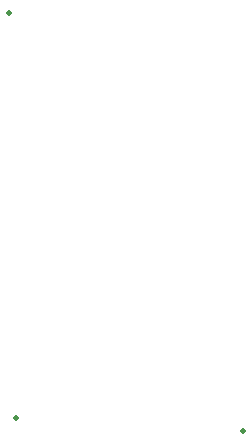
<source format=gbr>
G04 EAGLE Gerber X2 export*
%TF.Part,Single*%
%TF.FileFunction,Paste,Bot*%
%TF.FilePolarity,Positive*%
%TF.GenerationSoftware,Autodesk,EAGLE,9.6.2*%
%TF.CreationDate,2022-05-08T16:50:48Z*%
G75*
%MOMM*%
%FSLAX46Y46*%
%LPD*%
%INSolderpaste Bottom*%
%AMOC8*
5,1,8,0,0,1.08239X$1,22.5*%
G01*
%ADD10C,0.508000*%


D10*
X4621000Y2445000D03*
X23821000Y1292000D03*
X4017000Y36705000D03*
M02*

</source>
